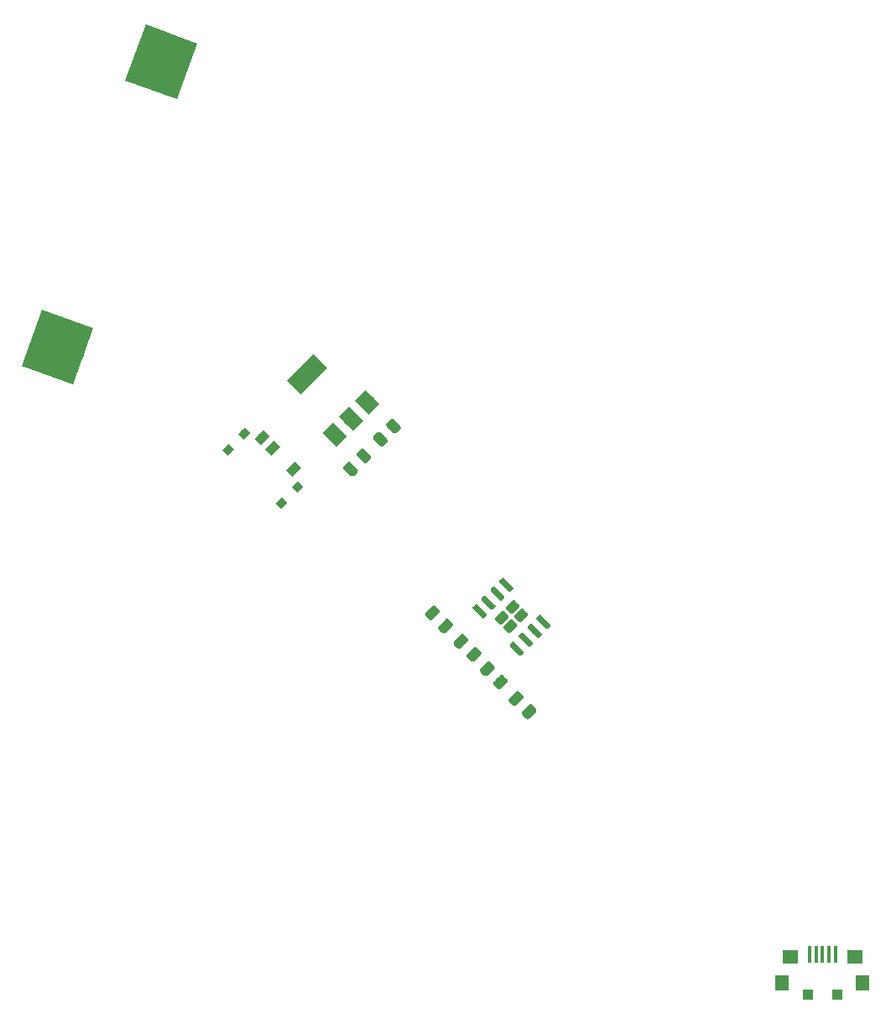
<source format=gbr>
G04 #@! TF.GenerationSoftware,KiCad,Pcbnew,5.1.2*
G04 #@! TF.CreationDate,2019-07-14T12:04:39-05:00*
G04 #@! TF.ProjectId,Wrench,5772656e-6368-42e6-9b69-6361645f7063,rev?*
G04 #@! TF.SameCoordinates,Original*
G04 #@! TF.FileFunction,Paste,Bot*
G04 #@! TF.FilePolarity,Positive*
%FSLAX46Y46*%
G04 Gerber Fmt 4.6, Leading zero omitted, Abs format (unit mm)*
G04 Created by KiCad (PCBNEW 5.1.2) date 2019-07-14 12:04:39*
%MOMM*%
%LPD*%
G04 APERTURE LIST*
%ADD10C,5.500000*%
%ADD11C,0.100000*%
%ADD12C,0.975000*%
%ADD13R,1.100000X1.000000*%
%ADD14R,1.350000X1.500000*%
%ADD15R,0.400000X1.800000*%
%ADD16R,1.500000X1.400000*%
%ADD17C,0.800000*%
%ADD18C,0.900000*%
%ADD19C,0.970000*%
%ADD20C,0.600000*%
%ADD21C,2.000000*%
%ADD22C,1.500000*%
G04 APERTURE END LIST*
D10*
X102200000Y-78920000D03*
D11*
G36*
X103758094Y-82679633D02*
G01*
X98589785Y-80798522D01*
X100641906Y-75160367D01*
X105810215Y-77041478D01*
X103758094Y-82679633D01*
X103758094Y-82679633D01*
G37*
D10*
X112665816Y-50165406D03*
D11*
G36*
X114223910Y-53925039D02*
G01*
X109055601Y-52043928D01*
X111107722Y-46405773D01*
X116276031Y-48286884D01*
X114223910Y-53925039D01*
X114223910Y-53925039D01*
G37*
G36*
X147074152Y-111962449D02*
G01*
X147097813Y-111965959D01*
X147121017Y-111971771D01*
X147143539Y-111979829D01*
X147165163Y-111990057D01*
X147185680Y-112002354D01*
X147204893Y-112016604D01*
X147222617Y-112032668D01*
X147567332Y-112377383D01*
X147583396Y-112395107D01*
X147597646Y-112414320D01*
X147609943Y-112434837D01*
X147620171Y-112456461D01*
X147628229Y-112478983D01*
X147634041Y-112502187D01*
X147637551Y-112525848D01*
X147638725Y-112549740D01*
X147637551Y-112573632D01*
X147634041Y-112597293D01*
X147628229Y-112620497D01*
X147620171Y-112643019D01*
X147609943Y-112664643D01*
X147597646Y-112685160D01*
X147583396Y-112704373D01*
X147567332Y-112722097D01*
X146922097Y-113367332D01*
X146904373Y-113383396D01*
X146885160Y-113397646D01*
X146864643Y-113409943D01*
X146843019Y-113420171D01*
X146820497Y-113428229D01*
X146797293Y-113434041D01*
X146773632Y-113437551D01*
X146749740Y-113438725D01*
X146725848Y-113437551D01*
X146702187Y-113434041D01*
X146678983Y-113428229D01*
X146656461Y-113420171D01*
X146634837Y-113409943D01*
X146614320Y-113397646D01*
X146595107Y-113383396D01*
X146577383Y-113367332D01*
X146232668Y-113022617D01*
X146216604Y-113004893D01*
X146202354Y-112985680D01*
X146190057Y-112965163D01*
X146179829Y-112943539D01*
X146171771Y-112921017D01*
X146165959Y-112897813D01*
X146162449Y-112874152D01*
X146161275Y-112850260D01*
X146162449Y-112826368D01*
X146165959Y-112802707D01*
X146171771Y-112779503D01*
X146179829Y-112756981D01*
X146190057Y-112735357D01*
X146202354Y-112714840D01*
X146216604Y-112695627D01*
X146232668Y-112677903D01*
X146877903Y-112032668D01*
X146895627Y-112016604D01*
X146914840Y-112002354D01*
X146935357Y-111990057D01*
X146956981Y-111979829D01*
X146979503Y-111971771D01*
X147002707Y-111965959D01*
X147026368Y-111962449D01*
X147050260Y-111961275D01*
X147074152Y-111962449D01*
X147074152Y-111962449D01*
G37*
D12*
X146900000Y-112700000D03*
D11*
G36*
X145748326Y-110636623D02*
G01*
X145771987Y-110640133D01*
X145795191Y-110645945D01*
X145817713Y-110654003D01*
X145839337Y-110664231D01*
X145859854Y-110676528D01*
X145879067Y-110690778D01*
X145896791Y-110706842D01*
X146241506Y-111051557D01*
X146257570Y-111069281D01*
X146271820Y-111088494D01*
X146284117Y-111109011D01*
X146294345Y-111130635D01*
X146302403Y-111153157D01*
X146308215Y-111176361D01*
X146311725Y-111200022D01*
X146312899Y-111223914D01*
X146311725Y-111247806D01*
X146308215Y-111271467D01*
X146302403Y-111294671D01*
X146294345Y-111317193D01*
X146284117Y-111338817D01*
X146271820Y-111359334D01*
X146257570Y-111378547D01*
X146241506Y-111396271D01*
X145596271Y-112041506D01*
X145578547Y-112057570D01*
X145559334Y-112071820D01*
X145538817Y-112084117D01*
X145517193Y-112094345D01*
X145494671Y-112102403D01*
X145471467Y-112108215D01*
X145447806Y-112111725D01*
X145423914Y-112112899D01*
X145400022Y-112111725D01*
X145376361Y-112108215D01*
X145353157Y-112102403D01*
X145330635Y-112094345D01*
X145309011Y-112084117D01*
X145288494Y-112071820D01*
X145269281Y-112057570D01*
X145251557Y-112041506D01*
X144906842Y-111696791D01*
X144890778Y-111679067D01*
X144876528Y-111659854D01*
X144864231Y-111639337D01*
X144854003Y-111617713D01*
X144845945Y-111595191D01*
X144840133Y-111571987D01*
X144836623Y-111548326D01*
X144835449Y-111524434D01*
X144836623Y-111500542D01*
X144840133Y-111476881D01*
X144845945Y-111453677D01*
X144854003Y-111431155D01*
X144864231Y-111409531D01*
X144876528Y-111389014D01*
X144890778Y-111369801D01*
X144906842Y-111352077D01*
X145552077Y-110706842D01*
X145569801Y-110690778D01*
X145589014Y-110676528D01*
X145609531Y-110664231D01*
X145631155Y-110654003D01*
X145653677Y-110645945D01*
X145676881Y-110640133D01*
X145700542Y-110636623D01*
X145724434Y-110635449D01*
X145748326Y-110636623D01*
X145748326Y-110636623D01*
G37*
D12*
X145574174Y-111374174D03*
D11*
G36*
X131647806Y-90488275D02*
G01*
X131671467Y-90491785D01*
X131694671Y-90497597D01*
X131717193Y-90505655D01*
X131738817Y-90515883D01*
X131759334Y-90528180D01*
X131778547Y-90542430D01*
X131796271Y-90558494D01*
X132441506Y-91203729D01*
X132457570Y-91221453D01*
X132471820Y-91240666D01*
X132484117Y-91261183D01*
X132494345Y-91282807D01*
X132502403Y-91305329D01*
X132508215Y-91328533D01*
X132511725Y-91352194D01*
X132512899Y-91376086D01*
X132511725Y-91399978D01*
X132508215Y-91423639D01*
X132502403Y-91446843D01*
X132494345Y-91469365D01*
X132484117Y-91490989D01*
X132471820Y-91511506D01*
X132457570Y-91530719D01*
X132441506Y-91548443D01*
X132096791Y-91893158D01*
X132079067Y-91909222D01*
X132059854Y-91923472D01*
X132039337Y-91935769D01*
X132017713Y-91945997D01*
X131995191Y-91954055D01*
X131971987Y-91959867D01*
X131948326Y-91963377D01*
X131924434Y-91964551D01*
X131900542Y-91963377D01*
X131876881Y-91959867D01*
X131853677Y-91954055D01*
X131831155Y-91945997D01*
X131809531Y-91935769D01*
X131789014Y-91923472D01*
X131769801Y-91909222D01*
X131752077Y-91893158D01*
X131106842Y-91247923D01*
X131090778Y-91230199D01*
X131076528Y-91210986D01*
X131064231Y-91190469D01*
X131054003Y-91168845D01*
X131045945Y-91146323D01*
X131040133Y-91123119D01*
X131036623Y-91099458D01*
X131035449Y-91075566D01*
X131036623Y-91051674D01*
X131040133Y-91028013D01*
X131045945Y-91004809D01*
X131054003Y-90982287D01*
X131064231Y-90960663D01*
X131076528Y-90940146D01*
X131090778Y-90920933D01*
X131106842Y-90903209D01*
X131451557Y-90558494D01*
X131469281Y-90542430D01*
X131488494Y-90528180D01*
X131509011Y-90515883D01*
X131530635Y-90505655D01*
X131553157Y-90497597D01*
X131576361Y-90491785D01*
X131600022Y-90488275D01*
X131623914Y-90487101D01*
X131647806Y-90488275D01*
X131647806Y-90488275D01*
G37*
D12*
X131774174Y-91225826D03*
D11*
G36*
X132973632Y-89162449D02*
G01*
X132997293Y-89165959D01*
X133020497Y-89171771D01*
X133043019Y-89179829D01*
X133064643Y-89190057D01*
X133085160Y-89202354D01*
X133104373Y-89216604D01*
X133122097Y-89232668D01*
X133767332Y-89877903D01*
X133783396Y-89895627D01*
X133797646Y-89914840D01*
X133809943Y-89935357D01*
X133820171Y-89956981D01*
X133828229Y-89979503D01*
X133834041Y-90002707D01*
X133837551Y-90026368D01*
X133838725Y-90050260D01*
X133837551Y-90074152D01*
X133834041Y-90097813D01*
X133828229Y-90121017D01*
X133820171Y-90143539D01*
X133809943Y-90165163D01*
X133797646Y-90185680D01*
X133783396Y-90204893D01*
X133767332Y-90222617D01*
X133422617Y-90567332D01*
X133404893Y-90583396D01*
X133385680Y-90597646D01*
X133365163Y-90609943D01*
X133343539Y-90620171D01*
X133321017Y-90628229D01*
X133297813Y-90634041D01*
X133274152Y-90637551D01*
X133250260Y-90638725D01*
X133226368Y-90637551D01*
X133202707Y-90634041D01*
X133179503Y-90628229D01*
X133156981Y-90620171D01*
X133135357Y-90609943D01*
X133114840Y-90597646D01*
X133095627Y-90583396D01*
X133077903Y-90567332D01*
X132432668Y-89922097D01*
X132416604Y-89904373D01*
X132402354Y-89885160D01*
X132390057Y-89864643D01*
X132379829Y-89843019D01*
X132371771Y-89820497D01*
X132365959Y-89797293D01*
X132362449Y-89773632D01*
X132361275Y-89749740D01*
X132362449Y-89725848D01*
X132365959Y-89702187D01*
X132371771Y-89678983D01*
X132379829Y-89656461D01*
X132390057Y-89634837D01*
X132402354Y-89614320D01*
X132416604Y-89595107D01*
X132432668Y-89577383D01*
X132777383Y-89232668D01*
X132795107Y-89216604D01*
X132814320Y-89202354D01*
X132834837Y-89190057D01*
X132856461Y-89179829D01*
X132878983Y-89171771D01*
X132902187Y-89165959D01*
X132925848Y-89162449D01*
X132949740Y-89161275D01*
X132973632Y-89162449D01*
X132973632Y-89162449D01*
G37*
D12*
X133100000Y-89900000D03*
D11*
G36*
X140211239Y-104999536D02*
G01*
X140234900Y-105003046D01*
X140258104Y-105008858D01*
X140280626Y-105016916D01*
X140302250Y-105027144D01*
X140322767Y-105039441D01*
X140341980Y-105053691D01*
X140359704Y-105069755D01*
X140704419Y-105414470D01*
X140720483Y-105432194D01*
X140734733Y-105451407D01*
X140747030Y-105471924D01*
X140757258Y-105493548D01*
X140765316Y-105516070D01*
X140771128Y-105539274D01*
X140774638Y-105562935D01*
X140775812Y-105586827D01*
X140774638Y-105610719D01*
X140771128Y-105634380D01*
X140765316Y-105657584D01*
X140757258Y-105680106D01*
X140747030Y-105701730D01*
X140734733Y-105722247D01*
X140720483Y-105741460D01*
X140704419Y-105759184D01*
X140059184Y-106404419D01*
X140041460Y-106420483D01*
X140022247Y-106434733D01*
X140001730Y-106447030D01*
X139980106Y-106457258D01*
X139957584Y-106465316D01*
X139934380Y-106471128D01*
X139910719Y-106474638D01*
X139886827Y-106475812D01*
X139862935Y-106474638D01*
X139839274Y-106471128D01*
X139816070Y-106465316D01*
X139793548Y-106457258D01*
X139771924Y-106447030D01*
X139751407Y-106434733D01*
X139732194Y-106420483D01*
X139714470Y-106404419D01*
X139369755Y-106059704D01*
X139353691Y-106041980D01*
X139339441Y-106022767D01*
X139327144Y-106002250D01*
X139316916Y-105980626D01*
X139308858Y-105958104D01*
X139303046Y-105934900D01*
X139299536Y-105911239D01*
X139298362Y-105887347D01*
X139299536Y-105863455D01*
X139303046Y-105839794D01*
X139308858Y-105816590D01*
X139316916Y-105794068D01*
X139327144Y-105772444D01*
X139339441Y-105751927D01*
X139353691Y-105732714D01*
X139369755Y-105714990D01*
X140014990Y-105069755D01*
X140032714Y-105053691D01*
X140051927Y-105039441D01*
X140072444Y-105027144D01*
X140094068Y-105016916D01*
X140116590Y-105008858D01*
X140139794Y-105003046D01*
X140163455Y-104999536D01*
X140187347Y-104998362D01*
X140211239Y-104999536D01*
X140211239Y-104999536D01*
G37*
D12*
X140037087Y-105737087D03*
D11*
G36*
X141537065Y-106325362D02*
G01*
X141560726Y-106328872D01*
X141583930Y-106334684D01*
X141606452Y-106342742D01*
X141628076Y-106352970D01*
X141648593Y-106365267D01*
X141667806Y-106379517D01*
X141685530Y-106395581D01*
X142030245Y-106740296D01*
X142046309Y-106758020D01*
X142060559Y-106777233D01*
X142072856Y-106797750D01*
X142083084Y-106819374D01*
X142091142Y-106841896D01*
X142096954Y-106865100D01*
X142100464Y-106888761D01*
X142101638Y-106912653D01*
X142100464Y-106936545D01*
X142096954Y-106960206D01*
X142091142Y-106983410D01*
X142083084Y-107005932D01*
X142072856Y-107027556D01*
X142060559Y-107048073D01*
X142046309Y-107067286D01*
X142030245Y-107085010D01*
X141385010Y-107730245D01*
X141367286Y-107746309D01*
X141348073Y-107760559D01*
X141327556Y-107772856D01*
X141305932Y-107783084D01*
X141283410Y-107791142D01*
X141260206Y-107796954D01*
X141236545Y-107800464D01*
X141212653Y-107801638D01*
X141188761Y-107800464D01*
X141165100Y-107796954D01*
X141141896Y-107791142D01*
X141119374Y-107783084D01*
X141097750Y-107772856D01*
X141077233Y-107760559D01*
X141058020Y-107746309D01*
X141040296Y-107730245D01*
X140695581Y-107385530D01*
X140679517Y-107367806D01*
X140665267Y-107348593D01*
X140652970Y-107328076D01*
X140642742Y-107306452D01*
X140634684Y-107283930D01*
X140628872Y-107260726D01*
X140625362Y-107237065D01*
X140624188Y-107213173D01*
X140625362Y-107189281D01*
X140628872Y-107165620D01*
X140634684Y-107142416D01*
X140642742Y-107119894D01*
X140652970Y-107098270D01*
X140665267Y-107077753D01*
X140679517Y-107058540D01*
X140695581Y-107040816D01*
X141340816Y-106395581D01*
X141358540Y-106379517D01*
X141377753Y-106365267D01*
X141398270Y-106352970D01*
X141419894Y-106342742D01*
X141442416Y-106334684D01*
X141465620Y-106328872D01*
X141489281Y-106325362D01*
X141513173Y-106324188D01*
X141537065Y-106325362D01*
X141537065Y-106325362D01*
G37*
D12*
X141362913Y-107062913D03*
D11*
G36*
X135973632Y-86162449D02*
G01*
X135997293Y-86165959D01*
X136020497Y-86171771D01*
X136043019Y-86179829D01*
X136064643Y-86190057D01*
X136085160Y-86202354D01*
X136104373Y-86216604D01*
X136122097Y-86232668D01*
X136767332Y-86877903D01*
X136783396Y-86895627D01*
X136797646Y-86914840D01*
X136809943Y-86935357D01*
X136820171Y-86956981D01*
X136828229Y-86979503D01*
X136834041Y-87002707D01*
X136837551Y-87026368D01*
X136838725Y-87050260D01*
X136837551Y-87074152D01*
X136834041Y-87097813D01*
X136828229Y-87121017D01*
X136820171Y-87143539D01*
X136809943Y-87165163D01*
X136797646Y-87185680D01*
X136783396Y-87204893D01*
X136767332Y-87222617D01*
X136422617Y-87567332D01*
X136404893Y-87583396D01*
X136385680Y-87597646D01*
X136365163Y-87609943D01*
X136343539Y-87620171D01*
X136321017Y-87628229D01*
X136297813Y-87634041D01*
X136274152Y-87637551D01*
X136250260Y-87638725D01*
X136226368Y-87637551D01*
X136202707Y-87634041D01*
X136179503Y-87628229D01*
X136156981Y-87620171D01*
X136135357Y-87609943D01*
X136114840Y-87597646D01*
X136095627Y-87583396D01*
X136077903Y-87567332D01*
X135432668Y-86922097D01*
X135416604Y-86904373D01*
X135402354Y-86885160D01*
X135390057Y-86864643D01*
X135379829Y-86843019D01*
X135371771Y-86820497D01*
X135365959Y-86797293D01*
X135362449Y-86773632D01*
X135361275Y-86749740D01*
X135362449Y-86725848D01*
X135365959Y-86702187D01*
X135371771Y-86678983D01*
X135379829Y-86656461D01*
X135390057Y-86634837D01*
X135402354Y-86614320D01*
X135416604Y-86595107D01*
X135432668Y-86577383D01*
X135777383Y-86232668D01*
X135795107Y-86216604D01*
X135814320Y-86202354D01*
X135834837Y-86190057D01*
X135856461Y-86179829D01*
X135878983Y-86171771D01*
X135902187Y-86165959D01*
X135925848Y-86162449D01*
X135949740Y-86161275D01*
X135973632Y-86162449D01*
X135973632Y-86162449D01*
G37*
D12*
X136100000Y-86900000D03*
D11*
G36*
X134647806Y-87488275D02*
G01*
X134671467Y-87491785D01*
X134694671Y-87497597D01*
X134717193Y-87505655D01*
X134738817Y-87515883D01*
X134759334Y-87528180D01*
X134778547Y-87542430D01*
X134796271Y-87558494D01*
X135441506Y-88203729D01*
X135457570Y-88221453D01*
X135471820Y-88240666D01*
X135484117Y-88261183D01*
X135494345Y-88282807D01*
X135502403Y-88305329D01*
X135508215Y-88328533D01*
X135511725Y-88352194D01*
X135512899Y-88376086D01*
X135511725Y-88399978D01*
X135508215Y-88423639D01*
X135502403Y-88446843D01*
X135494345Y-88469365D01*
X135484117Y-88490989D01*
X135471820Y-88511506D01*
X135457570Y-88530719D01*
X135441506Y-88548443D01*
X135096791Y-88893158D01*
X135079067Y-88909222D01*
X135059854Y-88923472D01*
X135039337Y-88935769D01*
X135017713Y-88945997D01*
X134995191Y-88954055D01*
X134971987Y-88959867D01*
X134948326Y-88963377D01*
X134924434Y-88964551D01*
X134900542Y-88963377D01*
X134876881Y-88959867D01*
X134853677Y-88954055D01*
X134831155Y-88945997D01*
X134809531Y-88935769D01*
X134789014Y-88923472D01*
X134769801Y-88909222D01*
X134752077Y-88893158D01*
X134106842Y-88247923D01*
X134090778Y-88230199D01*
X134076528Y-88210986D01*
X134064231Y-88190469D01*
X134054003Y-88168845D01*
X134045945Y-88146323D01*
X134040133Y-88123119D01*
X134036623Y-88099458D01*
X134035449Y-88075566D01*
X134036623Y-88051674D01*
X134040133Y-88028013D01*
X134045945Y-88004809D01*
X134054003Y-87982287D01*
X134064231Y-87960663D01*
X134076528Y-87940146D01*
X134090778Y-87920933D01*
X134106842Y-87903209D01*
X134451557Y-87558494D01*
X134469281Y-87542430D01*
X134488494Y-87528180D01*
X134509011Y-87515883D01*
X134530635Y-87505655D01*
X134553157Y-87497597D01*
X134576361Y-87491785D01*
X134600022Y-87488275D01*
X134623914Y-87487101D01*
X134647806Y-87488275D01*
X134647806Y-87488275D01*
G37*
D12*
X134774174Y-88225826D03*
D13*
X177900000Y-144250000D03*
X180900000Y-144250000D03*
D14*
X175325000Y-143070000D03*
X183475000Y-143070000D03*
D15*
X178100000Y-140200000D03*
X180700000Y-140200000D03*
X178750000Y-140200000D03*
X180050000Y-140200000D03*
X179400000Y-140200000D03*
D16*
X176150000Y-140400000D03*
X182650000Y-140400000D03*
D11*
G36*
X148648326Y-113636623D02*
G01*
X148671987Y-113640133D01*
X148695191Y-113645945D01*
X148717713Y-113654003D01*
X148739337Y-113664231D01*
X148759854Y-113676528D01*
X148779067Y-113690778D01*
X148796791Y-113706842D01*
X149141506Y-114051557D01*
X149157570Y-114069281D01*
X149171820Y-114088494D01*
X149184117Y-114109011D01*
X149194345Y-114130635D01*
X149202403Y-114153157D01*
X149208215Y-114176361D01*
X149211725Y-114200022D01*
X149212899Y-114223914D01*
X149211725Y-114247806D01*
X149208215Y-114271467D01*
X149202403Y-114294671D01*
X149194345Y-114317193D01*
X149184117Y-114338817D01*
X149171820Y-114359334D01*
X149157570Y-114378547D01*
X149141506Y-114396271D01*
X148496271Y-115041506D01*
X148478547Y-115057570D01*
X148459334Y-115071820D01*
X148438817Y-115084117D01*
X148417193Y-115094345D01*
X148394671Y-115102403D01*
X148371467Y-115108215D01*
X148347806Y-115111725D01*
X148323914Y-115112899D01*
X148300022Y-115111725D01*
X148276361Y-115108215D01*
X148253157Y-115102403D01*
X148230635Y-115094345D01*
X148209011Y-115084117D01*
X148188494Y-115071820D01*
X148169281Y-115057570D01*
X148151557Y-115041506D01*
X147806842Y-114696791D01*
X147790778Y-114679067D01*
X147776528Y-114659854D01*
X147764231Y-114639337D01*
X147754003Y-114617713D01*
X147745945Y-114595191D01*
X147740133Y-114571987D01*
X147736623Y-114548326D01*
X147735449Y-114524434D01*
X147736623Y-114500542D01*
X147740133Y-114476881D01*
X147745945Y-114453677D01*
X147754003Y-114431155D01*
X147764231Y-114409531D01*
X147776528Y-114389014D01*
X147790778Y-114369801D01*
X147806842Y-114352077D01*
X148452077Y-113706842D01*
X148469801Y-113690778D01*
X148489014Y-113676528D01*
X148509531Y-113664231D01*
X148531155Y-113654003D01*
X148553677Y-113645945D01*
X148576881Y-113640133D01*
X148600542Y-113636623D01*
X148624434Y-113635449D01*
X148648326Y-113636623D01*
X148648326Y-113636623D01*
G37*
D12*
X148474174Y-114374174D03*
D11*
G36*
X149974152Y-114962449D02*
G01*
X149997813Y-114965959D01*
X150021017Y-114971771D01*
X150043539Y-114979829D01*
X150065163Y-114990057D01*
X150085680Y-115002354D01*
X150104893Y-115016604D01*
X150122617Y-115032668D01*
X150467332Y-115377383D01*
X150483396Y-115395107D01*
X150497646Y-115414320D01*
X150509943Y-115434837D01*
X150520171Y-115456461D01*
X150528229Y-115478983D01*
X150534041Y-115502187D01*
X150537551Y-115525848D01*
X150538725Y-115549740D01*
X150537551Y-115573632D01*
X150534041Y-115597293D01*
X150528229Y-115620497D01*
X150520171Y-115643019D01*
X150509943Y-115664643D01*
X150497646Y-115685160D01*
X150483396Y-115704373D01*
X150467332Y-115722097D01*
X149822097Y-116367332D01*
X149804373Y-116383396D01*
X149785160Y-116397646D01*
X149764643Y-116409943D01*
X149743019Y-116420171D01*
X149720497Y-116428229D01*
X149697293Y-116434041D01*
X149673632Y-116437551D01*
X149649740Y-116438725D01*
X149625848Y-116437551D01*
X149602187Y-116434041D01*
X149578983Y-116428229D01*
X149556461Y-116420171D01*
X149534837Y-116409943D01*
X149514320Y-116397646D01*
X149495107Y-116383396D01*
X149477383Y-116367332D01*
X149132668Y-116022617D01*
X149116604Y-116004893D01*
X149102354Y-115985680D01*
X149090057Y-115965163D01*
X149079829Y-115943539D01*
X149071771Y-115921017D01*
X149065959Y-115897813D01*
X149062449Y-115874152D01*
X149061275Y-115850260D01*
X149062449Y-115826368D01*
X149065959Y-115802707D01*
X149071771Y-115779503D01*
X149079829Y-115756981D01*
X149090057Y-115735357D01*
X149102354Y-115714840D01*
X149116604Y-115695627D01*
X149132668Y-115677903D01*
X149777903Y-115032668D01*
X149795627Y-115016604D01*
X149814840Y-115002354D01*
X149835357Y-114990057D01*
X149856981Y-114979829D01*
X149879503Y-114971771D01*
X149902707Y-114965959D01*
X149926368Y-114962449D01*
X149950260Y-114961275D01*
X149974152Y-114962449D01*
X149974152Y-114962449D01*
G37*
D12*
X149800000Y-115700000D03*
D11*
G36*
X144399978Y-109188275D02*
G01*
X144423639Y-109191785D01*
X144446843Y-109197597D01*
X144469365Y-109205655D01*
X144490989Y-109215883D01*
X144511506Y-109228180D01*
X144530719Y-109242430D01*
X144548443Y-109258494D01*
X144893158Y-109603209D01*
X144909222Y-109620933D01*
X144923472Y-109640146D01*
X144935769Y-109660663D01*
X144945997Y-109682287D01*
X144954055Y-109704809D01*
X144959867Y-109728013D01*
X144963377Y-109751674D01*
X144964551Y-109775566D01*
X144963377Y-109799458D01*
X144959867Y-109823119D01*
X144954055Y-109846323D01*
X144945997Y-109868845D01*
X144935769Y-109890469D01*
X144923472Y-109910986D01*
X144909222Y-109930199D01*
X144893158Y-109947923D01*
X144247923Y-110593158D01*
X144230199Y-110609222D01*
X144210986Y-110623472D01*
X144190469Y-110635769D01*
X144168845Y-110645997D01*
X144146323Y-110654055D01*
X144123119Y-110659867D01*
X144099458Y-110663377D01*
X144075566Y-110664551D01*
X144051674Y-110663377D01*
X144028013Y-110659867D01*
X144004809Y-110654055D01*
X143982287Y-110645997D01*
X143960663Y-110635769D01*
X143940146Y-110623472D01*
X143920933Y-110609222D01*
X143903209Y-110593158D01*
X143558494Y-110248443D01*
X143542430Y-110230719D01*
X143528180Y-110211506D01*
X143515883Y-110190989D01*
X143505655Y-110169365D01*
X143497597Y-110146843D01*
X143491785Y-110123639D01*
X143488275Y-110099978D01*
X143487101Y-110076086D01*
X143488275Y-110052194D01*
X143491785Y-110028533D01*
X143497597Y-110005329D01*
X143505655Y-109982807D01*
X143515883Y-109961183D01*
X143528180Y-109940666D01*
X143542430Y-109921453D01*
X143558494Y-109903729D01*
X144203729Y-109258494D01*
X144221453Y-109242430D01*
X144240666Y-109228180D01*
X144261183Y-109215883D01*
X144282807Y-109205655D01*
X144305329Y-109197597D01*
X144328533Y-109191785D01*
X144352194Y-109188275D01*
X144376086Y-109187101D01*
X144399978Y-109188275D01*
X144399978Y-109188275D01*
G37*
D12*
X144225826Y-109925826D03*
D11*
G36*
X143074152Y-107862449D02*
G01*
X143097813Y-107865959D01*
X143121017Y-107871771D01*
X143143539Y-107879829D01*
X143165163Y-107890057D01*
X143185680Y-107902354D01*
X143204893Y-107916604D01*
X143222617Y-107932668D01*
X143567332Y-108277383D01*
X143583396Y-108295107D01*
X143597646Y-108314320D01*
X143609943Y-108334837D01*
X143620171Y-108356461D01*
X143628229Y-108378983D01*
X143634041Y-108402187D01*
X143637551Y-108425848D01*
X143638725Y-108449740D01*
X143637551Y-108473632D01*
X143634041Y-108497293D01*
X143628229Y-108520497D01*
X143620171Y-108543019D01*
X143609943Y-108564643D01*
X143597646Y-108585160D01*
X143583396Y-108604373D01*
X143567332Y-108622097D01*
X142922097Y-109267332D01*
X142904373Y-109283396D01*
X142885160Y-109297646D01*
X142864643Y-109309943D01*
X142843019Y-109320171D01*
X142820497Y-109328229D01*
X142797293Y-109334041D01*
X142773632Y-109337551D01*
X142749740Y-109338725D01*
X142725848Y-109337551D01*
X142702187Y-109334041D01*
X142678983Y-109328229D01*
X142656461Y-109320171D01*
X142634837Y-109309943D01*
X142614320Y-109297646D01*
X142595107Y-109283396D01*
X142577383Y-109267332D01*
X142232668Y-108922617D01*
X142216604Y-108904893D01*
X142202354Y-108885680D01*
X142190057Y-108865163D01*
X142179829Y-108843539D01*
X142171771Y-108821017D01*
X142165959Y-108797813D01*
X142162449Y-108774152D01*
X142161275Y-108750260D01*
X142162449Y-108726368D01*
X142165959Y-108702707D01*
X142171771Y-108679503D01*
X142179829Y-108656981D01*
X142190057Y-108635357D01*
X142202354Y-108614840D01*
X142216604Y-108595627D01*
X142232668Y-108577903D01*
X142877903Y-107932668D01*
X142895627Y-107916604D01*
X142914840Y-107902354D01*
X142935357Y-107890057D01*
X142956981Y-107879829D01*
X142979503Y-107871771D01*
X143002707Y-107865959D01*
X143026368Y-107862449D01*
X143050260Y-107861275D01*
X143074152Y-107862449D01*
X143074152Y-107862449D01*
G37*
D12*
X142900000Y-108600000D03*
D17*
X119439161Y-89265507D03*
D11*
G36*
X118838120Y-89300862D02*
G01*
X119474516Y-88664466D01*
X120040202Y-89230152D01*
X119403806Y-89866548D01*
X118838120Y-89300862D01*
X118838120Y-89300862D01*
G37*
D17*
X124813173Y-94639519D03*
D11*
G36*
X124212132Y-94674874D02*
G01*
X124848528Y-94038478D01*
X125414214Y-94604164D01*
X124777818Y-95240560D01*
X124212132Y-94674874D01*
X124212132Y-94674874D01*
G37*
D17*
X126446590Y-93020244D03*
D11*
G36*
X125845549Y-93055599D02*
G01*
X126481945Y-92419203D01*
X127047631Y-92984889D01*
X126411235Y-93621285D01*
X125845549Y-93055599D01*
X125845549Y-93055599D01*
G37*
D17*
X121065507Y-87639161D03*
D11*
G36*
X120464466Y-87674516D02*
G01*
X121100862Y-87038120D01*
X121666548Y-87603806D01*
X121030152Y-88240202D01*
X120464466Y-87674516D01*
X120464466Y-87674516D01*
G37*
D18*
X122850952Y-88045748D03*
D11*
G36*
X122090812Y-88169492D02*
G01*
X122974696Y-87285608D01*
X123611092Y-87922004D01*
X122727208Y-88805888D01*
X122090812Y-88169492D01*
X122090812Y-88169492D01*
G37*
D18*
X123911612Y-89106408D03*
D11*
G36*
X123151472Y-89230152D02*
G01*
X124035356Y-88346268D01*
X124671752Y-88982664D01*
X123787868Y-89866548D01*
X123151472Y-89230152D01*
X123151472Y-89230152D01*
G37*
D18*
X126032932Y-91227728D03*
D11*
G36*
X125272792Y-91351472D02*
G01*
X126156676Y-90467588D01*
X126793072Y-91103984D01*
X125909188Y-91987868D01*
X125272792Y-91351472D01*
X125272792Y-91351472D01*
G37*
G36*
X149119856Y-105315828D02*
G01*
X149143396Y-105319320D01*
X149166481Y-105325102D01*
X149188888Y-105333119D01*
X149210401Y-105343294D01*
X149230813Y-105355529D01*
X149249927Y-105369705D01*
X149267560Y-105385687D01*
X149610507Y-105728634D01*
X149626489Y-105746267D01*
X149640665Y-105765381D01*
X149652900Y-105785793D01*
X149663075Y-105807306D01*
X149671092Y-105829713D01*
X149676874Y-105852798D01*
X149680366Y-105876338D01*
X149681534Y-105900107D01*
X149680366Y-105923876D01*
X149676874Y-105947416D01*
X149671092Y-105970501D01*
X149663075Y-105992908D01*
X149652900Y-106014421D01*
X149640665Y-106034833D01*
X149626489Y-106053947D01*
X149610507Y-106071580D01*
X149069570Y-106612517D01*
X149051937Y-106628499D01*
X149032823Y-106642675D01*
X149012411Y-106654910D01*
X148990898Y-106665085D01*
X148968491Y-106673102D01*
X148945406Y-106678884D01*
X148921866Y-106682376D01*
X148898097Y-106683544D01*
X148874328Y-106682376D01*
X148850788Y-106678884D01*
X148827703Y-106673102D01*
X148805296Y-106665085D01*
X148783783Y-106654910D01*
X148763371Y-106642675D01*
X148744257Y-106628499D01*
X148726624Y-106612517D01*
X148383677Y-106269570D01*
X148367695Y-106251937D01*
X148353519Y-106232823D01*
X148341284Y-106212411D01*
X148331109Y-106190898D01*
X148323092Y-106168491D01*
X148317310Y-106145406D01*
X148313818Y-106121866D01*
X148312650Y-106098097D01*
X148313818Y-106074328D01*
X148317310Y-106050788D01*
X148323092Y-106027703D01*
X148331109Y-106005296D01*
X148341284Y-105983783D01*
X148353519Y-105963371D01*
X148367695Y-105944257D01*
X148383677Y-105926624D01*
X148924614Y-105385687D01*
X148942247Y-105369705D01*
X148961361Y-105355529D01*
X148981773Y-105343294D01*
X149003286Y-105333119D01*
X149025693Y-105325102D01*
X149048778Y-105319320D01*
X149072318Y-105315828D01*
X149096087Y-105314660D01*
X149119856Y-105315828D01*
X149119856Y-105315828D01*
G37*
D19*
X148997092Y-105999102D03*
D11*
G36*
X148023840Y-106411844D02*
G01*
X148047380Y-106415336D01*
X148070465Y-106421118D01*
X148092872Y-106429135D01*
X148114385Y-106439310D01*
X148134797Y-106451545D01*
X148153911Y-106465721D01*
X148171544Y-106481703D01*
X148514491Y-106824650D01*
X148530473Y-106842283D01*
X148544649Y-106861397D01*
X148556884Y-106881809D01*
X148567059Y-106903322D01*
X148575076Y-106925729D01*
X148580858Y-106948814D01*
X148584350Y-106972354D01*
X148585518Y-106996123D01*
X148584350Y-107019892D01*
X148580858Y-107043432D01*
X148575076Y-107066517D01*
X148567059Y-107088924D01*
X148556884Y-107110437D01*
X148544649Y-107130849D01*
X148530473Y-107149963D01*
X148514491Y-107167596D01*
X147973554Y-107708533D01*
X147955921Y-107724515D01*
X147936807Y-107738691D01*
X147916395Y-107750926D01*
X147894882Y-107761101D01*
X147872475Y-107769118D01*
X147849390Y-107774900D01*
X147825850Y-107778392D01*
X147802081Y-107779560D01*
X147778312Y-107778392D01*
X147754772Y-107774900D01*
X147731687Y-107769118D01*
X147709280Y-107761101D01*
X147687767Y-107750926D01*
X147667355Y-107738691D01*
X147648241Y-107724515D01*
X147630608Y-107708533D01*
X147287661Y-107365586D01*
X147271679Y-107347953D01*
X147257503Y-107328839D01*
X147245268Y-107308427D01*
X147235093Y-107286914D01*
X147227076Y-107264507D01*
X147221294Y-107241422D01*
X147217802Y-107217882D01*
X147216634Y-107194113D01*
X147217802Y-107170344D01*
X147221294Y-107146804D01*
X147227076Y-107123719D01*
X147235093Y-107101312D01*
X147245268Y-107079799D01*
X147257503Y-107059387D01*
X147271679Y-107040273D01*
X147287661Y-107022640D01*
X147828598Y-106481703D01*
X147846231Y-106465721D01*
X147865345Y-106451545D01*
X147885757Y-106439310D01*
X147907270Y-106429135D01*
X147929677Y-106421118D01*
X147952762Y-106415336D01*
X147976302Y-106411844D01*
X148000071Y-106410676D01*
X148023840Y-106411844D01*
X148023840Y-106411844D01*
G37*
D19*
X147901076Y-107095118D03*
D11*
G36*
X148271328Y-104467300D02*
G01*
X148294868Y-104470792D01*
X148317953Y-104476574D01*
X148340360Y-104484591D01*
X148361873Y-104494766D01*
X148382285Y-104507001D01*
X148401399Y-104521177D01*
X148419032Y-104537159D01*
X148761979Y-104880106D01*
X148777961Y-104897739D01*
X148792137Y-104916853D01*
X148804372Y-104937265D01*
X148814547Y-104958778D01*
X148822564Y-104981185D01*
X148828346Y-105004270D01*
X148831838Y-105027810D01*
X148833006Y-105051579D01*
X148831838Y-105075348D01*
X148828346Y-105098888D01*
X148822564Y-105121973D01*
X148814547Y-105144380D01*
X148804372Y-105165893D01*
X148792137Y-105186305D01*
X148777961Y-105205419D01*
X148761979Y-105223052D01*
X148221042Y-105763989D01*
X148203409Y-105779971D01*
X148184295Y-105794147D01*
X148163883Y-105806382D01*
X148142370Y-105816557D01*
X148119963Y-105824574D01*
X148096878Y-105830356D01*
X148073338Y-105833848D01*
X148049569Y-105835016D01*
X148025800Y-105833848D01*
X148002260Y-105830356D01*
X147979175Y-105824574D01*
X147956768Y-105816557D01*
X147935255Y-105806382D01*
X147914843Y-105794147D01*
X147895729Y-105779971D01*
X147878096Y-105763989D01*
X147535149Y-105421042D01*
X147519167Y-105403409D01*
X147504991Y-105384295D01*
X147492756Y-105363883D01*
X147482581Y-105342370D01*
X147474564Y-105319963D01*
X147468782Y-105296878D01*
X147465290Y-105273338D01*
X147464122Y-105249569D01*
X147465290Y-105225800D01*
X147468782Y-105202260D01*
X147474564Y-105179175D01*
X147482581Y-105156768D01*
X147492756Y-105135255D01*
X147504991Y-105114843D01*
X147519167Y-105095729D01*
X147535149Y-105078096D01*
X148076086Y-104537159D01*
X148093719Y-104521177D01*
X148112833Y-104507001D01*
X148133245Y-104494766D01*
X148154758Y-104484591D01*
X148177165Y-104476574D01*
X148200250Y-104470792D01*
X148223790Y-104467300D01*
X148247559Y-104466132D01*
X148271328Y-104467300D01*
X148271328Y-104467300D01*
G37*
D19*
X148148564Y-105150574D03*
D11*
G36*
X147175312Y-105563316D02*
G01*
X147198852Y-105566808D01*
X147221937Y-105572590D01*
X147244344Y-105580607D01*
X147265857Y-105590782D01*
X147286269Y-105603017D01*
X147305383Y-105617193D01*
X147323016Y-105633175D01*
X147665963Y-105976122D01*
X147681945Y-105993755D01*
X147696121Y-106012869D01*
X147708356Y-106033281D01*
X147718531Y-106054794D01*
X147726548Y-106077201D01*
X147732330Y-106100286D01*
X147735822Y-106123826D01*
X147736990Y-106147595D01*
X147735822Y-106171364D01*
X147732330Y-106194904D01*
X147726548Y-106217989D01*
X147718531Y-106240396D01*
X147708356Y-106261909D01*
X147696121Y-106282321D01*
X147681945Y-106301435D01*
X147665963Y-106319068D01*
X147125026Y-106860005D01*
X147107393Y-106875987D01*
X147088279Y-106890163D01*
X147067867Y-106902398D01*
X147046354Y-106912573D01*
X147023947Y-106920590D01*
X147000862Y-106926372D01*
X146977322Y-106929864D01*
X146953553Y-106931032D01*
X146929784Y-106929864D01*
X146906244Y-106926372D01*
X146883159Y-106920590D01*
X146860752Y-106912573D01*
X146839239Y-106902398D01*
X146818827Y-106890163D01*
X146799713Y-106875987D01*
X146782080Y-106860005D01*
X146439133Y-106517058D01*
X146423151Y-106499425D01*
X146408975Y-106480311D01*
X146396740Y-106459899D01*
X146386565Y-106438386D01*
X146378548Y-106415979D01*
X146372766Y-106392894D01*
X146369274Y-106369354D01*
X146368106Y-106345585D01*
X146369274Y-106321816D01*
X146372766Y-106298276D01*
X146378548Y-106275191D01*
X146386565Y-106252784D01*
X146396740Y-106231271D01*
X146408975Y-106210859D01*
X146423151Y-106191745D01*
X146439133Y-106174112D01*
X146980070Y-105633175D01*
X146997703Y-105617193D01*
X147016817Y-105603017D01*
X147037229Y-105590782D01*
X147058742Y-105580607D01*
X147081149Y-105572590D01*
X147104234Y-105566808D01*
X147127774Y-105563316D01*
X147151543Y-105562148D01*
X147175312Y-105563316D01*
X147175312Y-105563316D01*
G37*
D19*
X147052548Y-106246590D03*
D11*
G36*
X150906841Y-105934678D02*
G01*
X150921402Y-105936838D01*
X150935681Y-105940415D01*
X150949541Y-105945374D01*
X150962848Y-105951668D01*
X150975474Y-105959236D01*
X150987297Y-105968004D01*
X150998204Y-105977890D01*
X151917442Y-106897128D01*
X151927328Y-106908035D01*
X151936096Y-106919858D01*
X151943664Y-106932484D01*
X151949958Y-106945791D01*
X151954917Y-106959651D01*
X151958494Y-106973930D01*
X151960654Y-106988491D01*
X151961376Y-107003194D01*
X151960654Y-107017897D01*
X151958494Y-107032458D01*
X151954917Y-107046737D01*
X151949958Y-107060597D01*
X151943664Y-107073904D01*
X151936096Y-107086530D01*
X151927328Y-107098353D01*
X151917442Y-107109260D01*
X151705310Y-107321392D01*
X151694403Y-107331278D01*
X151682580Y-107340046D01*
X151669954Y-107347614D01*
X151656647Y-107353908D01*
X151642787Y-107358867D01*
X151628508Y-107362444D01*
X151613947Y-107364604D01*
X151599244Y-107365326D01*
X151584541Y-107364604D01*
X151569980Y-107362444D01*
X151555701Y-107358867D01*
X151541841Y-107353908D01*
X151528534Y-107347614D01*
X151515908Y-107340046D01*
X151504085Y-107331278D01*
X151493178Y-107321392D01*
X150573940Y-106402154D01*
X150564054Y-106391247D01*
X150555286Y-106379424D01*
X150547718Y-106366798D01*
X150541424Y-106353491D01*
X150536465Y-106339631D01*
X150532888Y-106325352D01*
X150530728Y-106310791D01*
X150530006Y-106296088D01*
X150530728Y-106281385D01*
X150532888Y-106266824D01*
X150536465Y-106252545D01*
X150541424Y-106238685D01*
X150547718Y-106225378D01*
X150555286Y-106212752D01*
X150564054Y-106200929D01*
X150573940Y-106190022D01*
X150786072Y-105977890D01*
X150796979Y-105968004D01*
X150808802Y-105959236D01*
X150821428Y-105951668D01*
X150834735Y-105945374D01*
X150848595Y-105940415D01*
X150862874Y-105936838D01*
X150877435Y-105934678D01*
X150892138Y-105933956D01*
X150906841Y-105934678D01*
X150906841Y-105934678D01*
G37*
D20*
X151245691Y-106649641D03*
D11*
G36*
X150008816Y-106832703D02*
G01*
X150023377Y-106834863D01*
X150037656Y-106838440D01*
X150051516Y-106843399D01*
X150064823Y-106849693D01*
X150077449Y-106857261D01*
X150089272Y-106866029D01*
X150100179Y-106875915D01*
X151019417Y-107795153D01*
X151029303Y-107806060D01*
X151038071Y-107817883D01*
X151045639Y-107830509D01*
X151051933Y-107843816D01*
X151056892Y-107857676D01*
X151060469Y-107871955D01*
X151062629Y-107886516D01*
X151063351Y-107901219D01*
X151062629Y-107915922D01*
X151060469Y-107930483D01*
X151056892Y-107944762D01*
X151051933Y-107958622D01*
X151045639Y-107971929D01*
X151038071Y-107984555D01*
X151029303Y-107996378D01*
X151019417Y-108007285D01*
X150807285Y-108219417D01*
X150796378Y-108229303D01*
X150784555Y-108238071D01*
X150771929Y-108245639D01*
X150758622Y-108251933D01*
X150744762Y-108256892D01*
X150730483Y-108260469D01*
X150715922Y-108262629D01*
X150701219Y-108263351D01*
X150686516Y-108262629D01*
X150671955Y-108260469D01*
X150657676Y-108256892D01*
X150643816Y-108251933D01*
X150630509Y-108245639D01*
X150617883Y-108238071D01*
X150606060Y-108229303D01*
X150595153Y-108219417D01*
X149675915Y-107300179D01*
X149666029Y-107289272D01*
X149657261Y-107277449D01*
X149649693Y-107264823D01*
X149643399Y-107251516D01*
X149638440Y-107237656D01*
X149634863Y-107223377D01*
X149632703Y-107208816D01*
X149631981Y-107194113D01*
X149632703Y-107179410D01*
X149634863Y-107164849D01*
X149638440Y-107150570D01*
X149643399Y-107136710D01*
X149649693Y-107123403D01*
X149657261Y-107110777D01*
X149666029Y-107098954D01*
X149675915Y-107088047D01*
X149888047Y-106875915D01*
X149898954Y-106866029D01*
X149910777Y-106857261D01*
X149923403Y-106849693D01*
X149936710Y-106843399D01*
X149950570Y-106838440D01*
X149964849Y-106834863D01*
X149979410Y-106832703D01*
X149994113Y-106831981D01*
X150008816Y-106832703D01*
X150008816Y-106832703D01*
G37*
D20*
X150347666Y-107547666D03*
D11*
G36*
X149110790Y-107730729D02*
G01*
X149125351Y-107732889D01*
X149139630Y-107736466D01*
X149153490Y-107741425D01*
X149166797Y-107747719D01*
X149179423Y-107755287D01*
X149191246Y-107764055D01*
X149202153Y-107773941D01*
X150121391Y-108693179D01*
X150131277Y-108704086D01*
X150140045Y-108715909D01*
X150147613Y-108728535D01*
X150153907Y-108741842D01*
X150158866Y-108755702D01*
X150162443Y-108769981D01*
X150164603Y-108784542D01*
X150165325Y-108799245D01*
X150164603Y-108813948D01*
X150162443Y-108828509D01*
X150158866Y-108842788D01*
X150153907Y-108856648D01*
X150147613Y-108869955D01*
X150140045Y-108882581D01*
X150131277Y-108894404D01*
X150121391Y-108905311D01*
X149909259Y-109117443D01*
X149898352Y-109127329D01*
X149886529Y-109136097D01*
X149873903Y-109143665D01*
X149860596Y-109149959D01*
X149846736Y-109154918D01*
X149832457Y-109158495D01*
X149817896Y-109160655D01*
X149803193Y-109161377D01*
X149788490Y-109160655D01*
X149773929Y-109158495D01*
X149759650Y-109154918D01*
X149745790Y-109149959D01*
X149732483Y-109143665D01*
X149719857Y-109136097D01*
X149708034Y-109127329D01*
X149697127Y-109117443D01*
X148777889Y-108198205D01*
X148768003Y-108187298D01*
X148759235Y-108175475D01*
X148751667Y-108162849D01*
X148745373Y-108149542D01*
X148740414Y-108135682D01*
X148736837Y-108121403D01*
X148734677Y-108106842D01*
X148733955Y-108092139D01*
X148734677Y-108077436D01*
X148736837Y-108062875D01*
X148740414Y-108048596D01*
X148745373Y-108034736D01*
X148751667Y-108021429D01*
X148759235Y-108008803D01*
X148768003Y-107996980D01*
X148777889Y-107986073D01*
X148990021Y-107773941D01*
X149000928Y-107764055D01*
X149012751Y-107755287D01*
X149025377Y-107747719D01*
X149038684Y-107741425D01*
X149052544Y-107736466D01*
X149066823Y-107732889D01*
X149081384Y-107730729D01*
X149096087Y-107730007D01*
X149110790Y-107730729D01*
X149110790Y-107730729D01*
G37*
D20*
X149449640Y-108445692D03*
D11*
G36*
X148212765Y-108628754D02*
G01*
X148227326Y-108630914D01*
X148241605Y-108634491D01*
X148255465Y-108639450D01*
X148268772Y-108645744D01*
X148281398Y-108653312D01*
X148293221Y-108662080D01*
X148304128Y-108671966D01*
X149223366Y-109591204D01*
X149233252Y-109602111D01*
X149242020Y-109613934D01*
X149249588Y-109626560D01*
X149255882Y-109639867D01*
X149260841Y-109653727D01*
X149264418Y-109668006D01*
X149266578Y-109682567D01*
X149267300Y-109697270D01*
X149266578Y-109711973D01*
X149264418Y-109726534D01*
X149260841Y-109740813D01*
X149255882Y-109754673D01*
X149249588Y-109767980D01*
X149242020Y-109780606D01*
X149233252Y-109792429D01*
X149223366Y-109803336D01*
X149011234Y-110015468D01*
X149000327Y-110025354D01*
X148988504Y-110034122D01*
X148975878Y-110041690D01*
X148962571Y-110047984D01*
X148948711Y-110052943D01*
X148934432Y-110056520D01*
X148919871Y-110058680D01*
X148905168Y-110059402D01*
X148890465Y-110058680D01*
X148875904Y-110056520D01*
X148861625Y-110052943D01*
X148847765Y-110047984D01*
X148834458Y-110041690D01*
X148821832Y-110034122D01*
X148810009Y-110025354D01*
X148799102Y-110015468D01*
X147879864Y-109096230D01*
X147869978Y-109085323D01*
X147861210Y-109073500D01*
X147853642Y-109060874D01*
X147847348Y-109047567D01*
X147842389Y-109033707D01*
X147838812Y-109019428D01*
X147836652Y-109004867D01*
X147835930Y-108990164D01*
X147836652Y-108975461D01*
X147838812Y-108960900D01*
X147842389Y-108946621D01*
X147847348Y-108932761D01*
X147853642Y-108919454D01*
X147861210Y-108906828D01*
X147869978Y-108895005D01*
X147879864Y-108884098D01*
X148091996Y-108671966D01*
X148102903Y-108662080D01*
X148114726Y-108653312D01*
X148127352Y-108645744D01*
X148140659Y-108639450D01*
X148154519Y-108634491D01*
X148168798Y-108630914D01*
X148183359Y-108628754D01*
X148198062Y-108628032D01*
X148212765Y-108628754D01*
X148212765Y-108628754D01*
G37*
D20*
X148551615Y-109343717D03*
D11*
G36*
X144465099Y-104881088D02*
G01*
X144479660Y-104883248D01*
X144493939Y-104886825D01*
X144507799Y-104891784D01*
X144521106Y-104898078D01*
X144533732Y-104905646D01*
X144545555Y-104914414D01*
X144556462Y-104924300D01*
X145475700Y-105843538D01*
X145485586Y-105854445D01*
X145494354Y-105866268D01*
X145501922Y-105878894D01*
X145508216Y-105892201D01*
X145513175Y-105906061D01*
X145516752Y-105920340D01*
X145518912Y-105934901D01*
X145519634Y-105949604D01*
X145518912Y-105964307D01*
X145516752Y-105978868D01*
X145513175Y-105993147D01*
X145508216Y-106007007D01*
X145501922Y-106020314D01*
X145494354Y-106032940D01*
X145485586Y-106044763D01*
X145475700Y-106055670D01*
X145263568Y-106267802D01*
X145252661Y-106277688D01*
X145240838Y-106286456D01*
X145228212Y-106294024D01*
X145214905Y-106300318D01*
X145201045Y-106305277D01*
X145186766Y-106308854D01*
X145172205Y-106311014D01*
X145157502Y-106311736D01*
X145142799Y-106311014D01*
X145128238Y-106308854D01*
X145113959Y-106305277D01*
X145100099Y-106300318D01*
X145086792Y-106294024D01*
X145074166Y-106286456D01*
X145062343Y-106277688D01*
X145051436Y-106267802D01*
X144132198Y-105348564D01*
X144122312Y-105337657D01*
X144113544Y-105325834D01*
X144105976Y-105313208D01*
X144099682Y-105299901D01*
X144094723Y-105286041D01*
X144091146Y-105271762D01*
X144088986Y-105257201D01*
X144088264Y-105242498D01*
X144088986Y-105227795D01*
X144091146Y-105213234D01*
X144094723Y-105198955D01*
X144099682Y-105185095D01*
X144105976Y-105171788D01*
X144113544Y-105159162D01*
X144122312Y-105147339D01*
X144132198Y-105136432D01*
X144344330Y-104924300D01*
X144355237Y-104914414D01*
X144367060Y-104905646D01*
X144379686Y-104898078D01*
X144392993Y-104891784D01*
X144406853Y-104886825D01*
X144421132Y-104883248D01*
X144435693Y-104881088D01*
X144450396Y-104880366D01*
X144465099Y-104881088D01*
X144465099Y-104881088D01*
G37*
D20*
X144803949Y-105596051D03*
D11*
G36*
X145363124Y-103983063D02*
G01*
X145377685Y-103985223D01*
X145391964Y-103988800D01*
X145405824Y-103993759D01*
X145419131Y-104000053D01*
X145431757Y-104007621D01*
X145443580Y-104016389D01*
X145454487Y-104026275D01*
X146373725Y-104945513D01*
X146383611Y-104956420D01*
X146392379Y-104968243D01*
X146399947Y-104980869D01*
X146406241Y-104994176D01*
X146411200Y-105008036D01*
X146414777Y-105022315D01*
X146416937Y-105036876D01*
X146417659Y-105051579D01*
X146416937Y-105066282D01*
X146414777Y-105080843D01*
X146411200Y-105095122D01*
X146406241Y-105108982D01*
X146399947Y-105122289D01*
X146392379Y-105134915D01*
X146383611Y-105146738D01*
X146373725Y-105157645D01*
X146161593Y-105369777D01*
X146150686Y-105379663D01*
X146138863Y-105388431D01*
X146126237Y-105395999D01*
X146112930Y-105402293D01*
X146099070Y-105407252D01*
X146084791Y-105410829D01*
X146070230Y-105412989D01*
X146055527Y-105413711D01*
X146040824Y-105412989D01*
X146026263Y-105410829D01*
X146011984Y-105407252D01*
X145998124Y-105402293D01*
X145984817Y-105395999D01*
X145972191Y-105388431D01*
X145960368Y-105379663D01*
X145949461Y-105369777D01*
X145030223Y-104450539D01*
X145020337Y-104439632D01*
X145011569Y-104427809D01*
X145004001Y-104415183D01*
X144997707Y-104401876D01*
X144992748Y-104388016D01*
X144989171Y-104373737D01*
X144987011Y-104359176D01*
X144986289Y-104344473D01*
X144987011Y-104329770D01*
X144989171Y-104315209D01*
X144992748Y-104300930D01*
X144997707Y-104287070D01*
X145004001Y-104273763D01*
X145011569Y-104261137D01*
X145020337Y-104249314D01*
X145030223Y-104238407D01*
X145242355Y-104026275D01*
X145253262Y-104016389D01*
X145265085Y-104007621D01*
X145277711Y-104000053D01*
X145291018Y-103993759D01*
X145304878Y-103988800D01*
X145319157Y-103985223D01*
X145333718Y-103983063D01*
X145348421Y-103982341D01*
X145363124Y-103983063D01*
X145363124Y-103983063D01*
G37*
D20*
X145701974Y-104698026D03*
D11*
G36*
X146261150Y-103085037D02*
G01*
X146275711Y-103087197D01*
X146289990Y-103090774D01*
X146303850Y-103095733D01*
X146317157Y-103102027D01*
X146329783Y-103109595D01*
X146341606Y-103118363D01*
X146352513Y-103128249D01*
X147271751Y-104047487D01*
X147281637Y-104058394D01*
X147290405Y-104070217D01*
X147297973Y-104082843D01*
X147304267Y-104096150D01*
X147309226Y-104110010D01*
X147312803Y-104124289D01*
X147314963Y-104138850D01*
X147315685Y-104153553D01*
X147314963Y-104168256D01*
X147312803Y-104182817D01*
X147309226Y-104197096D01*
X147304267Y-104210956D01*
X147297973Y-104224263D01*
X147290405Y-104236889D01*
X147281637Y-104248712D01*
X147271751Y-104259619D01*
X147059619Y-104471751D01*
X147048712Y-104481637D01*
X147036889Y-104490405D01*
X147024263Y-104497973D01*
X147010956Y-104504267D01*
X146997096Y-104509226D01*
X146982817Y-104512803D01*
X146968256Y-104514963D01*
X146953553Y-104515685D01*
X146938850Y-104514963D01*
X146924289Y-104512803D01*
X146910010Y-104509226D01*
X146896150Y-104504267D01*
X146882843Y-104497973D01*
X146870217Y-104490405D01*
X146858394Y-104481637D01*
X146847487Y-104471751D01*
X145928249Y-103552513D01*
X145918363Y-103541606D01*
X145909595Y-103529783D01*
X145902027Y-103517157D01*
X145895733Y-103503850D01*
X145890774Y-103489990D01*
X145887197Y-103475711D01*
X145885037Y-103461150D01*
X145884315Y-103446447D01*
X145885037Y-103431744D01*
X145887197Y-103417183D01*
X145890774Y-103402904D01*
X145895733Y-103389044D01*
X145902027Y-103375737D01*
X145909595Y-103363111D01*
X145918363Y-103351288D01*
X145928249Y-103340381D01*
X146140381Y-103128249D01*
X146151288Y-103118363D01*
X146163111Y-103109595D01*
X146175737Y-103102027D01*
X146189044Y-103095733D01*
X146202904Y-103090774D01*
X146217183Y-103087197D01*
X146231744Y-103085037D01*
X146246447Y-103084315D01*
X146261150Y-103085037D01*
X146261150Y-103085037D01*
G37*
D20*
X146600000Y-103800000D03*
D11*
G36*
X147159175Y-102187012D02*
G01*
X147173736Y-102189172D01*
X147188015Y-102192749D01*
X147201875Y-102197708D01*
X147215182Y-102204002D01*
X147227808Y-102211570D01*
X147239631Y-102220338D01*
X147250538Y-102230224D01*
X148169776Y-103149462D01*
X148179662Y-103160369D01*
X148188430Y-103172192D01*
X148195998Y-103184818D01*
X148202292Y-103198125D01*
X148207251Y-103211985D01*
X148210828Y-103226264D01*
X148212988Y-103240825D01*
X148213710Y-103255528D01*
X148212988Y-103270231D01*
X148210828Y-103284792D01*
X148207251Y-103299071D01*
X148202292Y-103312931D01*
X148195998Y-103326238D01*
X148188430Y-103338864D01*
X148179662Y-103350687D01*
X148169776Y-103361594D01*
X147957644Y-103573726D01*
X147946737Y-103583612D01*
X147934914Y-103592380D01*
X147922288Y-103599948D01*
X147908981Y-103606242D01*
X147895121Y-103611201D01*
X147880842Y-103614778D01*
X147866281Y-103616938D01*
X147851578Y-103617660D01*
X147836875Y-103616938D01*
X147822314Y-103614778D01*
X147808035Y-103611201D01*
X147794175Y-103606242D01*
X147780868Y-103599948D01*
X147768242Y-103592380D01*
X147756419Y-103583612D01*
X147745512Y-103573726D01*
X146826274Y-102654488D01*
X146816388Y-102643581D01*
X146807620Y-102631758D01*
X146800052Y-102619132D01*
X146793758Y-102605825D01*
X146788799Y-102591965D01*
X146785222Y-102577686D01*
X146783062Y-102563125D01*
X146782340Y-102548422D01*
X146783062Y-102533719D01*
X146785222Y-102519158D01*
X146788799Y-102504879D01*
X146793758Y-102491019D01*
X146800052Y-102477712D01*
X146807620Y-102465086D01*
X146816388Y-102453263D01*
X146826274Y-102442356D01*
X147038406Y-102230224D01*
X147049313Y-102220338D01*
X147061136Y-102211570D01*
X147073762Y-102204002D01*
X147087069Y-102197708D01*
X147100929Y-102192749D01*
X147115208Y-102189172D01*
X147129769Y-102187012D01*
X147144472Y-102186290D01*
X147159175Y-102187012D01*
X147159175Y-102187012D01*
G37*
D20*
X147498025Y-102901975D03*
D21*
X127372614Y-81672614D03*
D11*
G36*
X129423224Y-81036218D02*
G01*
X126736218Y-83723224D01*
X125322004Y-82309010D01*
X128009010Y-79622004D01*
X129423224Y-81036218D01*
X129423224Y-81036218D01*
G37*
D22*
X131827386Y-86127386D03*
D11*
G36*
X133064823Y-86304163D02*
G01*
X132004163Y-87364823D01*
X130589949Y-85950609D01*
X131650609Y-84889949D01*
X133064823Y-86304163D01*
X133064823Y-86304163D01*
G37*
D22*
X130201041Y-87753732D03*
D11*
G36*
X131438478Y-87930509D02*
G01*
X130377818Y-88991169D01*
X128963604Y-87576955D01*
X130024264Y-86516295D01*
X131438478Y-87930509D01*
X131438478Y-87930509D01*
G37*
D22*
X133453732Y-84501041D03*
D11*
G36*
X134691169Y-84677818D02*
G01*
X133630509Y-85738478D01*
X132216295Y-84324264D01*
X133276955Y-83263604D01*
X134691169Y-84677818D01*
X134691169Y-84677818D01*
G37*
M02*

</source>
